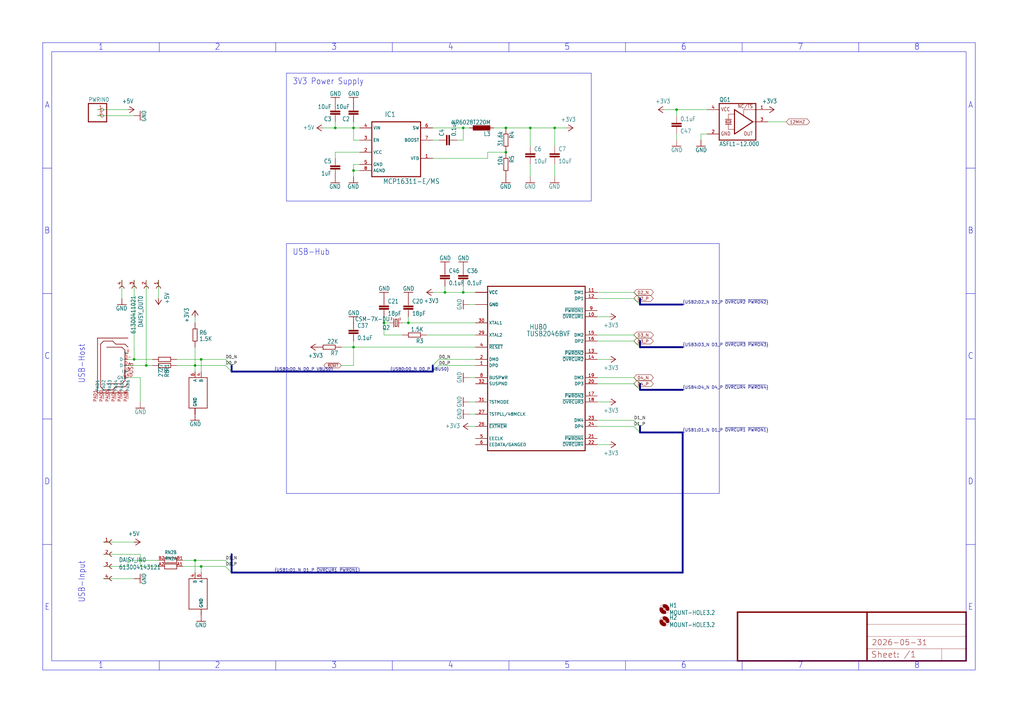
<source format=kicad_sch>
(kicad_sch (version 20230121) (generator eeschema)
  (paper "User" 426.72 299.872)
  (lib_symbols
    (symbol "freetserv-eagle-import:+3V3" (power)
      (property "Value" "+3V3" (at -2.54 -5.08 90))
      (symbol "+3V3_1_0"
        (pin power_in line (at 0 -2.54 90) (length 2.54) (name "+3V3") (number "1"))
      )
    )
    (symbol "freetserv-eagle-import:+5V" (power)
      (property "Value" "+5V" (at -2.54 -5.08 90))
      (symbol "+5V_1_0"
        (pin power_in line (at 0 -2.54 90) (length 2.54) (name "+5V") (number "1"))
      )
    )
    (symbol "freetserv-eagle-import:61300411021"
      (property "Reference" "K" (at -1.27 -0.762 0))
      (symbol "61300411021_1_0"
        (pin passive line (at -7.62 7.62 0) (length 2.54) (name "1") (number "1"))
        (pin passive line (at -7.62 2.54 0) (length 2.54) (name "2") (number "2"))
        (pin passive line (at -7.62 -2.54 0) (length 2.54) (name "3") (number "3"))
        (pin passive line (at -7.62 -7.62 0) (length 2.54) (name "4") (number "4"))
      )
    )
    (symbol "freetserv-eagle-import:613004143121"
      (property "Reference" "K" (at -1.27 -0.762 0))
      (symbol "613004143121_1_0"
        (pin passive line (at -7.62 7.62 0) (length 2.54) (name "1") (number "1"))
        (pin passive line (at -7.62 2.54 0) (length 2.54) (name "2") (number "2"))
        (pin passive line (at -7.62 -2.54 0) (length 2.54) (name "3") (number "3"))
        (pin passive line (at -7.62 -7.62 0) (length 2.54) (name "4") (number "4"))
      )
    )
    (symbol "freetserv-eagle-import:C-EUC0805"
      (property "Reference" "C" (at 1.524 0.381 0))
      (symbol "C-EUC0805_1_0"
        (pin passive line (at 0 2.54 270) (length 2.54) (name "1") (number "1"))
        (pin passive line (at 0 -5.08 90) (length 2.54) (name "2") (number "2"))
      )
    )
    (symbol "freetserv-eagle-import:CSM-7X-DU"
      (property "Reference" "Q" (at 2.54 1.016 0))
      (symbol "CSM-7X-DU_1_0"
        (text "1" (at -2.159 -1.143 0) (effects (font (size 0.8636 0.734)) (justify left bottom)))
        (text "2" (at 1.524 -1.143 0) (effects (font (size 0.8636 0.734)) (justify left bottom)))
        (pin passive line (at -2.54 0 0) (length 0) (name "1") (number "1"))
        (pin passive line (at 2.54 0 180) (length 0) (name "2") (number "2"))
      )
    )
    (symbol "freetserv-eagle-import:DOCFIELD_NEW"
      (symbol "DOCFIELD_NEW_1_0"
        (text "${#}/${##}" (at 69.21 1.275 0) (effects (font (size 2.54 2.54)) (justify left bottom)))
        (text "${CURRENT_DATE}" (at 55.875 6.355 0) (effects (font (size 2.286 2.286)) (justify left bottom)))
        (text "${PROJECTNAME}" (at 55.875 11.435 0) (effects (font (size 2.54 2.54)) (justify left bottom)))
        (text "Sheet:" (at 55.621 1.148 0) (effects (font (size 2.54 2.54)) (justify left bottom)))
      )
    )
    (symbol "freetserv-eagle-import:EXBV4V"
      (property "Reference" "RN" (at -2.54 2.54 0))
      (symbol "EXBV4V_1_0"
        (pin passive line (at -5.08 0 0) (length 2.54) (name "1") (number "A1"))
        (pin passive line (at 5.08 0 180) (length 2.54) (name "2") (number "A2"))
      )
      (symbol "EXBV4V_2_0"
        (pin passive line (at -5.08 0 0) (length 2.54) (name "1") (number "B1"))
        (pin passive line (at 5.08 0 180) (length 2.54) (name "2") (number "B2"))
      )
    )
    (symbol "freetserv-eagle-import:GND" (power)
      (property "Value" "GND" (at -2.54 -2.54 0))
      (symbol "GND_1_0"
        (pin power_in line (at 0 2.54 270) (length 2.54) (name "GND") (number "1"))
      )
    )
    (symbol "freetserv-eagle-import:MCP16311-E/MS"
      (property "Reference" "U" (at -4.8006 14.6812 0))
      (symbol "MCP16311-E/MS_1_0"
        (pin input line (at 15.24 -2.54 180) (length 5.08) (name "VFB") (number "1"))
        (pin passive line (at -15.24 0 0) (length 5.08) (name "VCC") (number "2"))
        (pin input line (at -15.24 5.08 0) (length 5.08) (name "EN") (number "3"))
        (pin input line (at -15.24 10.16 0) (length 5.08) (name "VIN") (number "4"))
        (pin passive line (at -15.24 -5.08 0) (length 5.08) (name "GND") (number "5"))
        (pin bidirectional line (at 15.24 10.16 180) (length 5.08) (name "SW") (number "6"))
        (pin passive line (at 15.24 5.08 180) (length 5.08) (name "BOOST") (number "7"))
        (pin passive line (at -15.24 -7.62 0) (length 5.08) (name "AGND") (number "8"))
      )
    )
    (symbol "freetserv-eagle-import:MOUNT-HOLE3.2"
      (property "Reference" "H" (at 2.032 0.5842 0))
    )
    (symbol "freetserv-eagle-import:NR6028T220M"
      (property "Reference" "L" (at -1.4986 -3.81 90))
      (symbol "NR6028T220M_1_0"
        (pin passive line (at 0 5.08 270) (length 2.54) (name "1") (number "1"))
        (pin passive line (at 0 -5.08 90) (length 2.54) (name "2") (number "2"))
      )
    )
    (symbol "freetserv-eagle-import:PINHD-1X2"
      (property "Reference" "JP" (at -6.35 5.715 0))
      (symbol "PINHD-1X2_1_0"
        (pin passive inverted (at -2.54 2.54 0) (length 2.54) (name "1") (number "1"))
        (pin passive inverted (at -2.54 0 0) (length 2.54) (name "2") (number "2"))
      )
    )
    (symbol "freetserv-eagle-import:R-EU_R0805"
      (property "Reference" "R" (at -3.81 1.4986 0))
      (symbol "R-EU_R0805_1_0"
        (pin passive line (at -5.08 0 0) (length 2.54) (name "1") (number "1"))
        (pin passive line (at 5.08 0 180) (length 2.54) (name "2") (number "2"))
      )
    )
    (symbol "freetserv-eagle-import:SN65220"
      (symbol "SN65220_1_0"
        (pin power_in line (at 10.16 0 180) (length 2.54) (name "GND") (number "2"))
        (pin passive line (at -7.62 -2.54 0) (length 2.54) (name "B") (number "4"))
        (pin power_in line (at 10.16 0 180) (length 2.54) (name "GND") (number "5"))
        (pin passive line (at -7.62 0 0) (length 2.54) (name "A") (number "6"))
      )
    )
    (symbol "freetserv-eagle-import:TUSB2046BVF"
      (property "Reference" "U" (at -2.9464 14.9098 0))
      (symbol "TUSB2046BVF_1_0"
        (pin bidirectional line (at -25.4 0 0) (length 5.08) (name "DP0") (number "1"))
        (pin input line (at 25.4 20.32 180) (length 5.08) (name "~{OVRCUR1}") (number "10"))
        (pin bidirectional line (at 25.4 30.48 180) (length 5.08) (name "DM1") (number "11"))
        (pin bidirectional line (at 25.4 27.94 180) (length 5.08) (name "DP1") (number "12"))
        (pin output line (at 25.4 5.08 180) (length 5.08) (name "~{PWRON2}") (number "13"))
        (pin input line (at 25.4 2.54 180) (length 5.08) (name "~{OVRCUR2}") (number "14"))
        (pin bidirectional line (at 25.4 12.7 180) (length 5.08) (name "DM2") (number "15"))
        (pin bidirectional line (at 25.4 10.16 180) (length 5.08) (name "DP2") (number "16"))
        (pin output line (at 25.4 -12.7 180) (length 5.08) (name "~{PWRON3}") (number "17"))
        (pin input line (at 25.4 -15.24 180) (length 5.08) (name "~{OVRCUR3}") (number "18"))
        (pin bidirectional line (at 25.4 -5.08 180) (length 5.08) (name "DM3") (number "19"))
        (pin bidirectional line (at -25.4 2.54 0) (length 5.08) (name "DM0") (number "2"))
        (pin bidirectional line (at 25.4 -7.62 180) (length 5.08) (name "DP3") (number "20"))
        (pin output line (at 25.4 -30.48 180) (length 5.08) (name "~{PWRON4}") (number "21"))
        (pin input line (at 25.4 -33.02 180) (length 5.08) (name "~{OVRCUR4}") (number "22"))
        (pin bidirectional line (at 25.4 -22.86 180) (length 5.08) (name "DM4") (number "23"))
        (pin bidirectional line (at 25.4 -25.4 180) (length 5.08) (name "DP4") (number "24"))
        (pin power_in line (at -25.4 30.48 0) (length 5.08) (name "VCC") (number "25"))
        (pin input line (at -25.4 -25.4 0) (length 5.08) (name "~{EXTMEM}") (number "26"))
        (pin bidirectional line (at -25.4 -20.32 0) (length 5.08) (name "TSTPLL/48MCLK") (number "27"))
        (pin passive line (at -25.4 25.4 0) (length 5.08) (name "GND") (number "28"))
        (pin output line (at -25.4 12.7 0) (length 5.08) (name "XTAL2") (number "29"))
        (pin power_in line (at -25.4 30.48 0) (length 5.08) (name "VCC") (number "3"))
        (pin input line (at -25.4 17.78 0) (length 5.08) (name "XTAL1") (number "30"))
        (pin input line (at -25.4 -15.24 0) (length 5.08) (name "TSTMODE") (number "31"))
        (pin output line (at -25.4 -7.62 0) (length 5.08) (name "SUSPND") (number "32"))
        (pin input line (at -25.4 7.62 0) (length 5.08) (name "~{RESET}") (number "4"))
        (pin output line (at -25.4 -30.48 0) (length 5.08) (name "EECLK") (number "5"))
        (pin bidirectional line (at -25.4 -33.02 0) (length 5.08) (name "EEDATA/GANGED") (number "6"))
        (pin passive line (at -25.4 25.4 0) (length 5.08) (name "GND") (number "7"))
        (pin input line (at -25.4 -5.08 0) (length 5.08) (name "BUSPWR") (number "8"))
        (pin output line (at 25.4 22.86 180) (length 5.08) (name "~{PWRON1}") (number "9"))
      )
    )
    (symbol "freetserv-eagle-import:USB_MICROB"
      (symbol "USB_MICROB_1_0"
        (text "USB" (at 2.286 -2.286 900) (effects (font (size 1.778 1.5113)) (justify left bottom)))
        (pin bidirectional line (at 0 1.27 180) (length 0) (name "D+") (number "D+"))
        (pin bidirectional line (at 0 3.81 180) (length 0) (name "D-") (number "D-"))
        (pin bidirectional line (at 0 -3.81 180) (length 0) (name "GND") (number "GND"))
        (pin bidirectional line (at 0 -1.27 180) (length 0) (name "ID") (number "ID"))
        (pin bidirectional line (at -12.7 -12.7 90) (length 2.54) (name "PAD1") (number "PAD1"))
        (pin bidirectional line (at -10.16 -12.7 90) (length 2.54) (name "PAD2") (number "PAD2"))
        (pin bidirectional line (at -7.62 -12.7 90) (length 2.54) (name "PAD3") (number "PAD3"))
        (pin bidirectional line (at -5.08 -12.7 90) (length 2.54) (name "PAD4") (number "PAD4"))
        (pin bidirectional line (at -2.54 -12.7 90) (length 2.54) (name "PAD5") (number "PAD5"))
        (pin bidirectional line (at 0 -12.7 90) (length 2.54) (name "PAD6") (number "PAD6"))
        (pin bidirectional line (at 0 6.35 180) (length 0) (name "V") (number "V"))
      )
    )
    (symbol "freetserv-eagle-import:XO-XO53"
      (property "Reference" "QG" (at -7.62 8.255 0))
      (symbol "XO-XO53_1_0"
        (text "GND" (at -6.985 -5.842 0) (effects (font (size 1.524 1.2954)) (justify left bottom)))
        (text "NC/TS" (at 0 5.588 0) (effects (font (size 1.524 1.2954)) (justify left bottom)))
        (text "OUT" (at 2.54 -5.842 0) (effects (font (size 1.524 1.2954)) (justify left bottom)))
        (text "VCC" (at -6.985 4.318 0) (effects (font (size 1.524 1.2954)) (justify left bottom)))
        (pin passive line (at 12.7 5.08 180) (length 5.08) (name "TS") (number "1"))
        (pin power_in line (at -12.7 -5.08 0) (length 5.08) (name "GND") (number "2"))
        (pin output line (at 12.7 0 180) (length 5.08) (name "OUT") (number "3"))
        (pin power_in line (at -12.7 5.08 0) (length 5.08) (name "VCC") (number "4"))
      )
    )
  )
  (junction (at 55.88 149.86))
  (junction (at 81.28 233.68))
  (junction (at 170.18 134.62))
  (junction (at 147.32 53.34))
  (junction (at 220.98 53.34))
  (junction (at 139.7 53.34))
  (junction (at 210.82 53.34))
  (junction (at 83.82 149.86))
  (junction (at 81.28 152.4))
  (junction (at 231.14 53.34))
  (junction (at 193.04 53.34))
  (junction (at 193.04 121.92))
  (junction (at 281.94 45.72))
  (junction (at 210.82 63.5))
  (junction (at 60.96 152.4))
  (junction (at 185.42 121.92))
  (junction (at 160.02 134.62))
  (junction (at 147.32 71.12))
  (junction (at 83.82 236.22))
  (junction (at 147.32 144.78))
  (bus_entry (at 264.16 124.46) (size 2.54 2.54))
  (bus_entry (at 182.88 152.4) (size -2.54 2.54))
  (bus_entry (at 264.16 121.92) (size 2.54 2.54))
  (bus_entry (at 264.16 142.24) (size 2.54 2.54))
  (bus_entry (at 93.98 236.22) (size 2.54 2.54))
  (bus_entry (at 182.88 149.86) (size -2.54 2.54))
  (bus_entry (at 264.16 139.7) (size 2.54 2.54))
  (bus_entry (at 264.16 175.26) (size 2.54 2.54))
  (bus_entry (at 93.98 149.86) (size 2.54 2.54))
  (bus_entry (at 264.16 160.02) (size 2.54 2.54))
  (bus_entry (at 93.98 152.4) (size 2.54 2.54))
  (bus_entry (at 264.16 177.8) (size 2.54 2.54))
  (bus_entry (at 264.16 157.48) (size 2.54 2.54))
  (bus_entry (at 93.98 233.68) (size 2.54 2.54))
  (wire (pts (xy 203.2 66.04) (xy 180.34 66.04)) (stroke (width 0.1524)))
  (wire (pts (xy 281.94 45.72) (xy 294.64 45.72)) (stroke (width 0.1524)))
  (polyline (pts (xy 119.38 83.82) (xy 246.38 83.82)) (stroke (width 0.1524) (type solid)))
  (wire (pts (xy 147.32 142.24) (xy 147.32 144.78)) (stroke (width 0.1524)))
  (wire (pts (xy 53.34 236.22) (xy 43.18 236.22)) (stroke (width 0.1524)))
  (wire (pts (xy 66.04 236.22) (xy 58.42 236.22)) (stroke (width 0.1524)))
  (wire (pts (xy 185.42 121.92) (xy 185.42 119.38)) (stroke (width 0.1524)))
  (wire (pts (xy 83.82 154.94) (xy 83.82 149.86)) (stroke (width 0.1524)))
  (wire (pts (xy 264.16 139.7) (xy 248.92 139.7)) (stroke (width 0.1524)))
  (wire (pts (xy 264.16 121.92) (xy 248.92 121.92)) (stroke (width 0.1524)))
  (polyline (pts (xy 119.38 30.48) (xy 119.38 83.82)) (stroke (width 0.1524) (type solid)))
  (wire (pts (xy 55.88 241.3) (xy 43.18 241.3)) (stroke (width 0.1524)))
  (bus (pts (xy 266.7 180.34) (xy 284.48 180.34)) (stroke (width 0.762)))
  (wire (pts (xy 66.04 233.68) (xy 53.34 233.68)) (stroke (width 0.1524)))
  (wire (pts (xy 264.16 142.24) (xy 248.92 142.24)) (stroke (width 0.1524)))
  (polyline (pts (xy 246.38 30.48) (xy 119.38 30.48)) (stroke (width 0.1524) (type solid)))
  (wire (pts (xy 81.28 233.68) (xy 76.2 233.68)) (stroke (width 0.1524)))
  (wire (pts (xy 142.24 144.78) (xy 147.32 144.78)) (stroke (width 0.1524)))
  (wire (pts (xy 203.2 63.5) (xy 203.2 66.04)) (stroke (width 0.1524)))
  (wire (pts (xy 83.82 238.76) (xy 83.82 236.22)) (stroke (width 0.1524)))
  (wire (pts (xy 60.96 152.4) (xy 60.96 116.84)) (stroke (width 0.1524)))
  (wire (pts (xy 294.64 55.88) (xy 292.1 55.88)) (stroke (width 0.1524)))
  (wire (pts (xy 220.98 68.58) (xy 220.98 73.66)) (stroke (width 0.1524)))
  (wire (pts (xy 58.42 157.48) (xy 58.42 167.64)) (stroke (width 0.1524)))
  (wire (pts (xy 170.18 134.62) (xy 167.64 134.62)) (stroke (width 0.1524)))
  (bus (pts (xy 180.34 152.4) (xy 180.34 154.94)) (stroke (width 0.762)))
  (wire (pts (xy 149.86 58.42) (xy 147.32 58.42)) (stroke (width 0.1524)))
  (wire (pts (xy 58.42 231.14) (xy 43.18 231.14)) (stroke (width 0.1524)))
  (wire (pts (xy 147.32 144.78) (xy 147.32 152.4)) (stroke (width 0.1524)))
  (wire (pts (xy 50.8 124.46) (xy 50.8 116.84)) (stroke (width 0.1524)))
  (wire (pts (xy 81.28 152.4) (xy 73.66 152.4)) (stroke (width 0.1524)))
  (polyline (pts (xy 119.38 101.6) (xy 119.38 205.74)) (stroke (width 0.1524) (type solid)))
  (wire (pts (xy 292.1 55.88) (xy 292.1 58.42)) (stroke (width 0.1524)))
  (bus (pts (xy 284.48 180.34) (xy 284.48 238.76)) (stroke (width 0.762)))
  (wire (pts (xy 139.7 63.5) (xy 139.7 66.04)) (stroke (width 0.1524)))
  (wire (pts (xy 220.98 53.34) (xy 231.14 53.34)) (stroke (width 0.1524)))
  (wire (pts (xy 53.34 233.68) (xy 53.34 236.22)) (stroke (width 0.1524)))
  (wire (pts (xy 182.88 152.4) (xy 198.12 152.4)) (stroke (width 0.1524)))
  (wire (pts (xy 147.32 53.34) (xy 147.32 50.8)) (stroke (width 0.1524)))
  (bus (pts (xy 266.7 142.24) (xy 266.7 144.78)) (stroke (width 0.762)))
  (wire (pts (xy 162.56 134.62) (xy 160.02 134.62)) (stroke (width 0.1524)))
  (wire (pts (xy 264.16 157.48) (xy 248.92 157.48)) (stroke (width 0.1524)))
  (wire (pts (xy 180.34 121.92) (xy 185.42 121.92)) (stroke (width 0.1524)))
  (wire (pts (xy 198.12 134.62) (xy 170.18 134.62)) (stroke (width 0.1524)))
  (wire (pts (xy 81.28 238.76) (xy 81.28 233.68)) (stroke (width 0.1524)))
  (wire (pts (xy 160.02 139.7) (xy 167.64 139.7)) (stroke (width 0.1524)))
  (wire (pts (xy 81.28 144.78) (xy 81.28 152.4)) (stroke (width 0.1524)))
  (wire (pts (xy 170.18 134.62) (xy 170.18 132.08)) (stroke (width 0.1524)))
  (wire (pts (xy 210.82 53.34) (xy 220.98 53.34)) (stroke (width 0.1524)))
  (wire (pts (xy 139.7 53.34) (xy 147.32 53.34)) (stroke (width 0.1524)))
  (bus (pts (xy 266.7 127) (xy 284.48 127)) (stroke (width 0.762)))
  (bus (pts (xy 96.52 236.22) (xy 96.52 238.76)) (stroke (width 0.762)))
  (wire (pts (xy 160.02 134.62) (xy 160.02 139.7)) (stroke (width 0.1524)))
  (wire (pts (xy 60.96 152.4) (xy 53.34 152.4)) (stroke (width 0.1524)))
  (polyline (pts (xy 299.72 205.74) (xy 299.72 101.6)) (stroke (width 0.1524) (type solid)))
  (wire (pts (xy 281.94 58.42) (xy 281.94 55.88)) (stroke (width 0.1524)))
  (wire (pts (xy 149.86 71.12) (xy 147.32 71.12)) (stroke (width 0.1524)))
  (wire (pts (xy 73.66 149.86) (xy 83.82 149.86)) (stroke (width 0.1524)))
  (wire (pts (xy 147.32 53.34) (xy 149.86 53.34)) (stroke (width 0.1524)))
  (wire (pts (xy 190.5 58.42) (xy 193.04 58.42)) (stroke (width 0.1524)))
  (wire (pts (xy 193.04 53.34) (xy 195.58 53.34)) (stroke (width 0.1524)))
  (wire (pts (xy 134.62 53.34) (xy 139.7 53.34)) (stroke (width 0.1524)))
  (bus (pts (xy 266.7 124.46) (xy 266.7 127)) (stroke (width 0.762)))
  (wire (pts (xy 193.04 121.92) (xy 198.12 121.92)) (stroke (width 0.1524)))
  (wire (pts (xy 210.82 63.5) (xy 203.2 63.5)) (stroke (width 0.1524)))
  (wire (pts (xy 264.16 177.8) (xy 248.92 177.8)) (stroke (width 0.1524)))
  (wire (pts (xy 147.32 68.58) (xy 147.32 71.12)) (stroke (width 0.1524)))
  (polyline (pts (xy 119.38 205.74) (xy 299.72 205.74)) (stroke (width 0.1524) (type solid)))
  (wire (pts (xy 231.14 53.34) (xy 236.22 53.34)) (stroke (width 0.1524)))
  (polyline (pts (xy 299.72 101.6) (xy 119.38 101.6)) (stroke (width 0.1524) (type solid)))
  (wire (pts (xy 231.14 53.34) (xy 231.14 60.96)) (stroke (width 0.1524)))
  (wire (pts (xy 198.12 157.48) (xy 195.58 157.48)) (stroke (width 0.1524)))
  (wire (pts (xy 81.28 134.62) (xy 81.28 132.08)) (stroke (width 0.1524)))
  (wire (pts (xy 53.34 45.72) (xy 40.64 45.72)) (stroke (width 0.1524)))
  (wire (pts (xy 198.12 177.8) (xy 195.58 177.8)) (stroke (width 0.1524)))
  (bus (pts (xy 266.7 160.02) (xy 266.7 162.56)) (stroke (width 0.762)))
  (wire (pts (xy 147.32 58.42) (xy 147.32 53.34)) (stroke (width 0.1524)))
  (bus (pts (xy 266.7 144.78) (xy 284.48 144.78)) (stroke (width 0.762)))
  (wire (pts (xy 63.5 152.4) (xy 60.96 152.4)) (stroke (width 0.1524)))
  (bus (pts (xy 266.7 177.8) (xy 266.7 180.34)) (stroke (width 0.762)))
  (wire (pts (xy 93.98 152.4) (xy 81.28 152.4)) (stroke (width 0.1524)))
  (wire (pts (xy 83.82 236.22) (xy 76.2 236.22)) (stroke (width 0.1524)))
  (wire (pts (xy 177.8 139.7) (xy 198.12 139.7)) (stroke (width 0.1524)))
  (wire (pts (xy 149.86 63.5) (xy 139.7 63.5)) (stroke (width 0.1524)))
  (bus (pts (xy 266.7 162.56) (xy 284.48 162.56)) (stroke (width 0.762)))
  (wire (pts (xy 53.34 149.86) (xy 55.88 149.86)) (stroke (width 0.1524)))
  (wire (pts (xy 53.34 157.48) (xy 58.42 157.48)) (stroke (width 0.1524)))
  (wire (pts (xy 231.14 68.58) (xy 231.14 73.66)) (stroke (width 0.1524)))
  (wire (pts (xy 210.82 53.34) (xy 205.74 53.34)) (stroke (width 0.1524)))
  (wire (pts (xy 93.98 236.22) (xy 83.82 236.22)) (stroke (width 0.1524)))
  (wire (pts (xy 180.34 53.34) (xy 193.04 53.34)) (stroke (width 0.1524)))
  (bus (pts (xy 96.52 152.4) (xy 96.52 154.94)) (stroke (width 0.762)))
  (wire (pts (xy 193.04 58.42) (xy 193.04 53.34)) (stroke (width 0.1524)))
  (wire (pts (xy 58.42 236.22) (xy 58.42 231.14)) (stroke (width 0.1524)))
  (wire (pts (xy 139.7 50.8) (xy 139.7 53.34)) (stroke (width 0.1524)))
  (wire (pts (xy 55.88 226.06) (xy 43.18 226.06)) (stroke (width 0.1524)))
  (wire (pts (xy 195.58 127) (xy 198.12 127)) (stroke (width 0.1524)))
  (wire (pts (xy 248.92 149.86) (xy 254 149.86)) (stroke (width 0.1524)))
  (wire (pts (xy 264.16 124.46) (xy 248.92 124.46)) (stroke (width 0.1524)))
  (wire (pts (xy 198.12 167.64) (xy 195.58 167.64)) (stroke (width 0.1524)))
  (wire (pts (xy 180.34 58.42) (xy 182.88 58.42)) (stroke (width 0.1524)))
  (wire (pts (xy 147.32 71.12) (xy 147.32 73.66)) (stroke (width 0.1524)))
  (wire (pts (xy 182.88 149.86) (xy 198.12 149.86)) (stroke (width 0.1524)))
  (wire (pts (xy 55.88 149.86) (xy 55.88 116.84)) (stroke (width 0.1524)))
  (wire (pts (xy 281.94 45.72) (xy 281.94 48.26)) (stroke (width 0.1524)))
  (bus (pts (xy 284.48 238.76) (xy 96.52 238.76)) (stroke (width 0.762)))
  (wire (pts (xy 147.32 144.78) (xy 198.12 144.78)) (stroke (width 0.1524)))
  (wire (pts (xy 160.02 132.08) (xy 160.02 134.62)) (stroke (width 0.1524)))
  (polyline (pts (xy 246.38 83.82) (xy 246.38 30.48)) (stroke (width 0.1524) (type solid)))
  (wire (pts (xy 147.32 152.4) (xy 142.24 152.4)) (stroke (width 0.1524)))
  (bus (pts (xy 96.52 231.14) (xy 96.52 236.22)) (stroke (width 0.762)))
  (wire (pts (xy 320.04 50.8) (xy 327.66 50.8)) (stroke (width 0.1524)))
  (wire (pts (xy 149.86 68.58) (xy 147.32 68.58)) (stroke (width 0.1524)))
  (wire (pts (xy 220.98 53.34) (xy 220.98 60.96)) (stroke (width 0.1524)))
  (wire (pts (xy 276.86 45.72) (xy 281.94 45.72)) (stroke (width 0.1524)))
  (wire (pts (xy 93.98 233.68) (xy 81.28 233.68)) (stroke (width 0.1524)))
  (wire (pts (xy 185.42 121.92) (xy 193.04 121.92)) (stroke (width 0.1524)))
  (bus (pts (xy 96.52 154.94) (xy 180.34 154.94)) (stroke (width 0.762)))
  (wire (pts (xy 264.16 160.02) (xy 248.92 160.02)) (stroke (width 0.1524)))
  (wire (pts (xy 254 132.08) (xy 248.92 132.08)) (stroke (width 0.1524)))
  (wire (pts (xy 55.88 48.26) (xy 40.64 48.26)) (stroke (width 0.1524)))
  (wire (pts (xy 83.82 149.86) (xy 93.98 149.86)) (stroke (width 0.1524)))
  (wire (pts (xy 264.16 175.26) (xy 248.92 175.26)) (stroke (width 0.1524)))
  (wire (pts (xy 55.88 149.86) (xy 63.5 149.86)) (stroke (width 0.1524)))
  (wire (pts (xy 198.12 172.72) (xy 195.58 172.72)) (stroke (width 0.1524)))
  (wire (pts (xy 193.04 121.92) (xy 193.04 119.38)) (stroke (width 0.1524)))
  (wire (pts (xy 254 185.42) (xy 248.92 185.42)) (stroke (width 0.1524)))
  (wire (pts (xy 66.04 124.46) (xy 66.04 116.84)) (stroke (width 0.1524)))
  (wire (pts (xy 254 167.64) (xy 248.92 167.64)) (stroke (width 0.1524)))
  (wire (pts (xy 81.28 154.94) (xy 81.28 152.4)) (stroke (width 0.1524)))
  (polyline (pts (xy 402.59 174.752) (xy 406.4 174.752)))
  (polyline (pts (xy 402.59 21.59) (xy 402.59 275.59)))
  (polyline (pts (xy 163.5125 275.59) (xy 163.5125 279.4)))
  (polyline (pts (xy 17.78 174.752) (xy 21.59 174.752)))
  (polyline (pts (xy 114.935 17.78) (xy 114.935 21.59)))
  (polyline (pts (xy 260.6675 275.59) (xy 260.6675 279.4)))
  (polyline (pts (xy 17.78 227.076) (xy 21.59 227.076)))
  (polyline (pts (xy 309.245 17.78) (xy 309.245 21.59)))
  (polyline (pts (xy 21.59 21.59) (xy 21.59 275.59)))
  (polyline (pts (xy 212.09 275.59) (xy 212.09 279.4)))
  (polyline (pts (xy 402.59 21.59) (xy 21.59 21.59)))
  (polyline (pts (xy 357.8225 275.59) (xy 357.8225 279.4)))
  (polyline (pts (xy 66.3575 17.78) (xy 66.3575 21.59)))
  (polyline (pts (xy 402.59 122.428) (xy 406.4 122.428)))
  (polyline (pts (xy 402.59 227.076) (xy 406.4 227.076)))
  (polyline (pts (xy 260.6675 17.78) (xy 260.6675 21.59)))
  (polyline (pts (xy 66.3575 275.59) (xy 66.3575 279.4)))
  (polyline (pts (xy 212.09 17.78) (xy 212.09 21.59)))
  (polyline (pts (xy 402.59 275.59) (xy 21.59 275.59)))
  (polyline (pts (xy 357.8225 17.78) (xy 357.8225 21.59)))
  (polyline (pts (xy 309.245 275.59) (xy 309.245 279.4)))
  (polyline (pts (xy 17.78 70.104) (xy 21.59 70.104)))
  (polyline (pts (xy 17.78 17.78) (xy 406.4 17.78) (xy 406.4 279.4) (xy 17.78 279.4) (xy 17.78 17.78)))
  (polyline (pts (xy 402.59 70.104) (xy 406.4 70.104)))
  (polyline (pts (xy 163.5125 17.78) (xy 163.5125 21.59)))
  (polyline (pts (xy 114.935 275.59) (xy 114.935 279.4)))
  (polyline (pts (xy 17.78 122.428) (xy 21.59 122.428)))
  (text "USB-Host" (at 35.56 160.02 90) (effects (font (size 2.54 2.159)) (justify left bottom)))
  (text "7" (at 333.5338 277.495 0) (effects (font (size 2.54 2.286))))
  (text "5" (at 236.3788 277.495 0) (effects (font (size 2.54 2.286))))
  (text "B" (at 404.495 96.266 0) (effects (font (size 2.54 2.286))))
  (text "1" (at 42.0688 19.685 0) (effects (font (size 2.54 2.286))))
  (text "4" (at 187.8013 277.495 0) (effects (font (size 2.54 2.286))))
  (text "2" (at 90.6463 277.495 0) (effects (font (size 2.54 2.286))))
  (text "C" (at 19.685 148.59 0) (effects (font (size 2.54 2.286))))
  (text "8" (at 382.1113 19.685 0) (effects (font (size 2.54 2.286))))
  (text "C" (at 404.495 148.59 0) (effects (font (size 2.54 2.286))))
  (text "A" (at 404.495 43.942 0) (effects (font (size 2.54 2.286))))
  (text "3V3 Power Supply" (at 121.92 35.56 0) (effects (font (size 2.54 2.159)) (justify left bottom)))
  (text "6" (at 284.9563 19.685 0) (effects (font (size 2.54 2.286))))
  (text "8" (at 382.1113 277.495 0) (effects (font (size 2.54 2.286))))
  (text "E" (at 404.495 253.238 0) (effects (font (size 2.54 2.286))))
  (text "3" (at 139.2238 277.495 0) (effects (font (size 2.54 2.286))))
  (text "2" (at 90.6463 19.685 0) (effects (font (size 2.54 2.286))))
  (text "USB-Input" (at 35.56 251.46 90) (effects (font (size 2.54 2.159)) (justify left bottom)))
  (text "7" (at 333.5338 19.685 0) (effects (font (size 2.54 2.286))))
  (text "D" (at 404.495 200.914 0) (effects (font (size 2.54 2.286))))
  (text "D" (at 19.685 200.914 0) (effects (font (size 2.54 2.286))))
  (text "A" (at 19.685 43.942 0) (effects (font (size 2.54 2.286))))
  (text "4" (at 187.8013 19.685 0) (effects (font (size 2.54 2.286))))
  (text "5" (at 236.3788 19.685 0) (effects (font (size 2.54 2.286))))
  (text "USB-Hub" (at 121.92 106.68 0) (effects (font (size 2.54 2.159)) (justify left bottom)))
  (text "6" (at 284.9563 277.495 0) (effects (font (size 2.54 2.286))))
  (text "1" (at 42.0688 277.495 0) (effects (font (size 2.54 2.286))))
  (text "B" (at 19.685 96.266 0) (effects (font (size 2.54 2.286))))
  (text "3" (at 139.2238 19.685 0) (effects (font (size 2.54 2.286))))
  (text "E" (at 19.685 253.238 0) (effects (font (size 2.54 2.286))))
  (label "D0_N" (at 93.98 149.86 0) (effects (font (size 1.2446 1.2446))))
  (label "D0_P" (at 93.98 152.4 0) (effects (font (size 1.2446 1.2446))))
  (label "{USB1:D1_N D1_P ~{OVRCUR1} ~{PWRON1}}" (at 284.48 180.34 0) (effects (font (size 1.2446 1.2446))))
  (label "{USB2:D2_N D2_P ~{OVRCUR2} ~{PWRON2}}" (at 284.48 127 0) (effects (font (size 1.2446 1.2446))))
  (label "{USB1:D1_N D1_P ~{OVRCUR1} ~{PWRON1}}" (at 114.3 238.76 0) (effects (font (size 1.2446 1.2446))))
  (label "D1_N" (at 264.16 175.26 0) (effects (font (size 1.2446 1.2446))))
  (label "{USB0:D0_N D0_P VBUS0}" (at 162.56 154.94 0) (effects (font (size 1.2446 1.2446))))
  (label "D0_N" (at 182.88 149.86 0) (effects (font (size 1.2446 1.2446))))
  (label "D1_P" (at 93.98 236.22 0) (effects (font (size 1.2446 1.2446))))
  (label "{USB0:D0_N D0_P VBUS0}" (at 114.3 154.94 0) (effects (font (size 1.2446 1.2446))))
  (label "{USB3:D3_N D3_P ~{OVRCUR3} ~{PWRON3}}" (at 284.48 144.78 0) (effects (font (size 1.2446 1.2446))))
  (label "D1_P" (at 264.16 177.8 0) (effects (font (size 1.2446 1.2446))))
  (label "{USB4:D4_N D4_P ~{OVRCUR4} ~{PWRON4}}" (at 284.48 162.56 0) (effects (font (size 1.2446 1.2446))))
  (label "D0_P" (at 182.88 152.4 0) (effects (font (size 1.2446 1.2446))))
  (label "D1_N" (at 93.98 233.68 0) (effects (font (size 1.2446 1.2446))))
  (global_label "D2_N" (shape bidirectional) (at 264.16 121.92 0) (effects (font (size 1.2446 1.2446))) (property "Intersheetrefs" "${INTERSHEET_REFS}" (effects hide)))
  (global_label "D2_P" (shape bidirectional) (at 264.16 124.46 0) (effects (font (size 1.2446 1.2446))) (property "Intersheetrefs" "${INTERSHEET_REFS}" (effects hide)))
  (global_label "~{RESET}" (shape bidirectional) (at 142.24 152.4 180) (effects (font (size 0.9957 0.9957))) (property "Intersheetrefs" "${INTERSHEET_REFS}" (effects hide)))
  (global_label "D4_N" (shape bidirectional) (at 264.16 157.48 0) (effects (font (size 1.2446 1.2446))) (property "Intersheetrefs" "${INTERSHEET_REFS}" (effects hide)))
  (global_label "D3_P" (shape bidirectional) (at 264.16 142.24 0) (effects (font (size 1.2446 1.2446))) (property "Intersheetrefs" "${INTERSHEET_REFS}" (effects hide)))
  (global_label "12MHZ" (shape bidirectional) (at 327.66 50.8 0) (effects (font (size 1.2446 1.2446))) (property "Intersheetrefs" "${INTERSHEET_REFS}" (effects hide)))
  (global_label "D3_N" (shape bidirectional) (at 264.16 139.7 0) (effects (font (size 1.2446 1.2446))) (property "Intersheetrefs" "${INTERSHEET_REFS}" (effects hide)))
  (global_label "D4_P" (shape bidirectional) (at 264.16 160.02 0) (effects (font (size 1.2446 1.2446))) (property "Intersheetrefs" "${INTERSHEET_REFS}" (effects hide)))
  (symbol (lib_id "freetserv-eagle-import:+5V") (at 58.42 226.06 270) (unit 1)
    (property "Reference" "#P+15" (effects hide))
    (property "Value" "+5V" (at 53.34 223.52 90) (effects (font (size 1.778 1.5113)) (justify left bottom)))
  )
  (symbol (lib_id "freetserv-eagle-import:GND") (at 193.04 157.48 270) (unit 1)
    (property "Reference" "#GND5" (effects hide))
    (property "Value" "GND" (at 190.5 154.94 0) (effects (font (size 1.778 1.5113)) (justify left bottom)))
  )
  (symbol (lib_id "freetserv-eagle-import:C-EUC0805") (at 193.04 114.3 0) (unit 1)
    (property "Reference" "C36" (at 194.564 113.919 0) (effects (font (size 1.778 1.5113)) (justify left bottom)))
    (property "Value" "0.1uF" (at 194.564 118.999 0) (effects (font (size 1.778 1.5113)) (justify left bottom)))
    (property "Footprint" "freetserv:C0805" (effects hide))
    (property "PARTNO" "1276-1003-1-ND" (effects hide))
  )
  (symbol (lib_id "freetserv-eagle-import:GND") (at 139.7 40.64 180) (unit 1)
    (property "Reference" "#GND10" (effects hide))
    (property "Value" "GND" (at 142.24 38.1 0) (effects (font (size 1.778 1.5113)) (justify left bottom)))
  )
  (symbol (lib_id "freetserv-eagle-import:DOCFIELD_NEW") (at 307.34 275.59 0) (unit 1)
    (property "Reference" "#U$4" (effects hide))
    (property "Value" "DOCFIELD_NEW" (effects hide))
  )
  (symbol (lib_id "freetserv-eagle-import:+5V") (at 55.88 45.72 270) (unit 1)
    (property "Reference" "#P+1" (effects hide))
    (property "Value" "+5V" (at 50.8 43.18 90) (effects (font (size 1.778 1.5113)) (justify left bottom)))
  )
  (symbol (lib_id "freetserv-eagle-import:R-EU_R0805") (at 210.82 68.58 270) (unit 1)
    (property "Reference" "R5" (at 212.3186 64.77 0) (effects (font (size 1.778 1.5113)) (justify left bottom)))
    (property "Value" "10k" (at 207.518 64.77 0) (effects (font (size 1.778 1.5113)) (justify left bottom)))
    (property "Footprint" "freetserv:R0805" (effects hide))
    (property "PARTNO" "311-10KARCT-ND" (effects hide))
  )
  (symbol (lib_id "freetserv-eagle-import:C-EUC0805") (at 160.02 127 0) (unit 1)
    (property "Reference" "C21" (at 161.544 126.619 0) (effects (font (size 1.778 1.5113)) (justify left bottom)))
    (property "Value" "18pF" (at 161.544 131.699 0) (effects (font (size 1.778 1.5113)) (justify left bottom)))
    (property "Footprint" "freetserv:C0805" (effects hide))
    (property "PARTNO" "709-1171-1-ND" (effects hide))
  )
  (symbol (lib_id "freetserv-eagle-import:+3V3") (at 256.54 149.86 270) (mirror x) (unit 1)
    (property "Reference" "#P+10" (effects hide))
    (property "Value" "+3V3" (at 251.46 152.4 90) (effects (font (size 1.778 1.5113)) (justify left bottom)))
  )
  (symbol (lib_id "freetserv-eagle-import:GND") (at 50.8 127 0) (unit 1)
    (property "Reference" "#GND8" (effects hide))
    (property "Value" "GND" (at 48.26 129.54 0) (effects (font (size 1.778 1.5113)) (justify left bottom)))
  )
  (symbol (lib_id "freetserv-eagle-import:+3V3") (at 256.54 185.42 270) (mirror x) (unit 1)
    (property "Reference" "#P+9" (effects hide))
    (property "Value" "+3V3" (at 251.46 187.96 90) (effects (font (size 1.778 1.5113)) (justify left bottom)))
  )
  (symbol (lib_id "freetserv-eagle-import:+3V3") (at 193.04 177.8 90) (mirror x) (unit 1)
    (property "Reference" "#P+4" (effects hide))
    (property "Value" "+3V3" (at 191.77 178.562 90) (effects (font (size 1.778 1.5113)) (justify left bottom)))
  )
  (symbol (lib_id "freetserv-eagle-import:EXBV4V") (at 71.12 236.22 0) (mirror y) (unit 1)
    (property "Reference" "RN2" (at 73.66 233.68 0) (effects (font (size 1.4224 1.209)) (justify left bottom)))
    (property "Value" "EXBV4V" (effects hide))
    (property "Footprint" "freetserv:EXBV4V" (effects hide))
    (property "PARTNO" "Y2270CT-ND" (effects hide))
  )
  (symbol (lib_id "freetserv-eagle-import:GND") (at 58.42 241.3 90) (unit 1)
    (property "Reference" "#GND17" (effects hide))
    (property "Value" "GND" (at 60.96 243.84 0) (effects (font (size 1.778 1.5113)) (justify left bottom)))
  )
  (symbol (lib_id "freetserv-eagle-import:C-EUC0805") (at 281.94 53.34 0) (mirror x) (unit 1)
    (property "Reference" "C47" (at 283.464 53.721 0) (effects (font (size 1.778 1.5113)) (justify left bottom)))
    (property "Value" "0.1uF" (at 283.464 48.641 0) (effects (font (size 1.778 1.5113)) (justify left bottom)))
    (property "Footprint" "freetserv:C0805" (effects hide))
    (property "PARTNO" "1276-1003-1-ND" (effects hide))
  )
  (symbol (lib_id "freetserv-eagle-import:+3V3") (at 129.54 144.78 90) (unit 1)
    (property "Reference" "#P+3" (effects hide))
    (property "Value" "+3V3" (at 134.62 147.32 90) (effects (font (size 1.778 1.5113)) (justify left bottom)))
  )
  (symbol (lib_id "freetserv-eagle-import:GND") (at 160.02 121.92 180) (unit 1)
    (property "Reference" "#GND35" (effects hide))
    (property "Value" "GND" (at 162.56 119.38 0) (effects (font (size 1.778 1.5113)) (justify left bottom)))
  )
  (symbol (lib_id "freetserv-eagle-import:+3V3") (at 177.8 121.92 90) (unit 1)
    (property "Reference" "#P+2" (effects hide))
    (property "Value" "+3V3" (at 182.88 124.46 90) (effects (font (size 1.778 1.5113)) (justify left bottom)))
  )
  (symbol (lib_id "freetserv-eagle-import:GND") (at 292.1 60.96 0) (mirror y) (unit 1)
    (property "Reference" "#GND142" (effects hide))
    (property "Value" "GND" (at 294.64 63.5 0) (effects (font (size 1.778 1.5113)) (justify left bottom)))
  )
  (symbol (lib_id "freetserv-eagle-import:TUSB2046BVF") (at 223.52 152.4 0) (unit 1)
    (property "Reference" "HUB0" (at 220.5736 137.4902 0) (effects (font (size 2.0828 1.7703)) (justify left bottom)))
    (property "Value" "TUSB2046BVF" (at 219.4052 140.2842 0) (effects (font (size 2.0828 1.7703)) (justify left bottom)))
    (property "Footprint" "freetserv:QFP80P900X900X145-32N" (effects hide))
  )
  (symbol (lib_id "freetserv-eagle-import:R-EU_R0805") (at 137.16 144.78 180) (unit 1)
    (property "Reference" "R7" (at 140.97 146.2786 0) (effects (font (size 1.778 1.5113)) (justify left bottom)))
    (property "Value" "22K" (at 140.97 141.478 0) (effects (font (size 1.778 1.5113)) (justify left bottom)))
    (property "Footprint" "freetserv:R0805" (effects hide))
    (property "PARTNO" "311-22KARCT-ND" (effects hide))
  )
  (symbol (lib_id "freetserv-eagle-import:+3V3") (at 238.76 53.34 270) (unit 1)
    (property "Reference" "#P+7" (effects hide))
    (property "Value" "+3V3" (at 233.68 50.8 90) (effects (font (size 1.778 1.5113)) (justify left bottom)))
  )
  (symbol (lib_id "freetserv-eagle-import:C-EUC0805") (at 147.32 48.26 180) (unit 1)
    (property "Reference" "C2" (at 145.796 48.641 0) (effects (font (size 1.778 1.5113)) (justify left bottom)))
    (property "Value" "10uF" (at 145.796 43.561 0) (effects (font (size 1.778 1.5113)) (justify left bottom)))
    (property "Footprint" "freetserv:C0805" (effects hide))
    (property "PARTNO" "490-10517-1-ND" (effects hide))
  )
  (symbol (lib_id "freetserv-eagle-import:C-EUC0805") (at 231.14 63.5 0) (unit 1)
    (property "Reference" "C7" (at 232.664 63.119 0) (effects (font (size 1.778 1.5113)) (justify left bottom)))
    (property "Value" "10uF" (at 232.664 68.199 0) (effects (font (size 1.778 1.5113)) (justify left bottom)))
    (property "Footprint" "freetserv:C0805" (effects hide))
    (property "PARTNO" "490-10517-1-ND" (effects hide))
  )
  (symbol (lib_id "freetserv-eagle-import:PINHD-1X2") (at 43.18 48.26 0) (unit 1)
    (property "Reference" "PWRIN0" (at 36.83 42.545 0) (effects (font (size 1.778 1.5113)) (justify left bottom)))
    (property "Value" "PINHD-1X2" (effects hide))
    (property "Footprint" "freetserv:1X02" (effects hide))
    (property "PARTNO" "A1921-ND" (effects hide))
  )
  (symbol (lib_id "freetserv-eagle-import:MOUNT-HOLE3.2") (at 276.86 259.08 0) (unit 1)
    (property "Reference" "H2" (at 278.892 258.4958 0) (effects (font (size 1.778 1.5113)) (justify left bottom)))
    (property "Value" "MOUNT-HOLE3.2" (at 278.892 261.5438 0) (effects (font (size 1.778 1.5113)) (justify left bottom)))
    (property "Footprint" "freetserv:3,2" (effects hide))
  )
  (symbol (lib_id "freetserv-eagle-import:GND") (at 58.42 170.18 0) (mirror y) (unit 1)
    (property "Reference" "#GND43" (effects hide))
    (property "Value" "GND" (at 60.96 172.72 0) (effects (font (size 1.778 1.5113)) (justify left bottom)))
  )
  (symbol (lib_id "freetserv-eagle-import:GND") (at 170.18 121.92 180) (unit 1)
    (property "Reference" "#GND34" (effects hide))
    (property "Value" "GND" (at 172.72 119.38 0) (effects (font (size 1.778 1.5113)) (justify left bottom)))
  )
  (symbol (lib_id "freetserv-eagle-import:C-EUC0805") (at 147.32 137.16 0) (unit 1)
    (property "Reference" "C37" (at 148.844 136.779 0) (effects (font (size 1.778 1.5113)) (justify left bottom)))
    (property "Value" "0.1uF" (at 148.844 141.859 0) (effects (font (size 1.778 1.5113)) (justify left bottom)))
    (property "Footprint" "freetserv:C0805" (effects hide))
    (property "PARTNO" "1276-1003-1-ND" (effects hide))
  )
  (symbol (lib_id "freetserv-eagle-import:XO-XO53") (at 307.34 50.8 0) (unit 1)
    (property "Reference" "QG1" (at 299.72 42.545 0) (effects (font (size 1.778 1.5113)) (justify left bottom)))
    (property "Value" "ASFL1-12.000" (at 299.72 60.96 0) (effects (font (size 1.778 1.5113)) (justify left bottom)))
    (property "Footprint" "freetserv:XO53" (effects hide))
    (property "PARTNO" "535-9253-1-ND" (effects hide))
  )
  (symbol (lib_id "freetserv-eagle-import:SN65220") (at 81.28 162.56 90) (mirror x) (unit 1)
    (property "Reference" "D1" (effects hide))
    (property "Value" "SN65220" (effects hide))
    (property "Footprint" "freetserv:SOT23-6" (effects hide))
    (property "PARTNO" "296-9694-1-ND" (effects hide))
  )
  (symbol (lib_id "freetserv-eagle-import:GND") (at 147.32 40.64 180) (unit 1)
    (property "Reference" "#GND36" (effects hide))
    (property "Value" "GND" (at 149.86 38.1 0) (effects (font (size 1.778 1.5113)) (justify left bottom)))
  )
  (symbol (lib_id "freetserv-eagle-import:GND") (at 58.42 48.26 90) (unit 1)
    (property "Reference" "#GND2" (effects hide))
    (property "Value" "GND" (at 60.96 50.8 0) (effects (font (size 1.778 1.5113)) (justify left bottom)))
  )
  (symbol (lib_id "freetserv-eagle-import:C-EUC0805") (at 220.98 63.5 0) (unit 1)
    (property "Reference" "C6" (at 222.504 63.119 0) (effects (font (size 1.778 1.5113)) (justify left bottom)))
    (property "Value" "10uF" (at 222.504 68.199 0) (effects (font (size 1.778 1.5113)) (justify left bottom)))
    (property "Footprint" "freetserv:C0805" (effects hide))
    (property "PARTNO" "490-10517-1-ND" (effects hide))
  )
  (symbol (lib_id "freetserv-eagle-import:+5V") (at 132.08 53.34 90) (mirror x) (unit 1)
    (property "Reference" "#P+6" (effects hide))
    (property "Value" "+5V" (at 131.064 54.102 90) (effects (font (size 1.778 1.5113)) (justify left bottom)))
  )
  (symbol (lib_id "freetserv-eagle-import:GND") (at 147.32 76.2 0) (unit 1)
    (property "Reference" "#GND58" (effects hide))
    (property "Value" "GND" (at 144.78 78.74 0) (effects (font (size 1.778 1.5113)) (justify left bottom)))
  )
  (symbol (lib_id "freetserv-eagle-import:GND") (at 231.14 76.2 0) (unit 1)
    (property "Reference" "#GND33" (effects hide))
    (property "Value" "GND" (at 228.6 78.74 0) (effects (font (size 1.778 1.5113)) (justify left bottom)))
  )
  (symbol (lib_id "freetserv-eagle-import:NR6028T220M") (at 200.66 53.34 90) (unit 1)
    (property "Reference" "L3" (at 204.47 54.8386 90) (effects (font (size 1.778 1.5113)) (justify left bottom)))
    (property "Value" "NR6028T220M" (at 204.47 50.038 90) (effects (font (size 1.778 1.5113)) (justify left bottom)))
    (property "Footprint" "freetserv:NR60XX" (effects hide))
    (property "PARTNO" "587-2624-1-ND" (effects hide))
  )
  (symbol (lib_id "freetserv-eagle-import:SN65220") (at 83.82 246.38 270) (unit 1)
    (property "Reference" "D2" (effects hide))
    (property "Value" "SN65220" (effects hide))
    (property "Footprint" "freetserv:SOT23-6" (effects hide))
    (property "PARTNO" "296-9694-1-ND" (effects hide))
  )
  (symbol (lib_id "freetserv-eagle-import:+3V3") (at 322.58 45.72 270) (unit 1)
    (property "Reference" "#P+12" (effects hide))
    (property "Value" "+3V3" (at 317.5 43.18 90) (effects (font (size 1.778 1.5113)) (justify left bottom)))
  )
  (symbol (lib_id "freetserv-eagle-import:C-EUC0805") (at 139.7 48.26 180) (unit 1)
    (property "Reference" "C3" (at 138.176 48.641 0) (effects (font (size 1.778 1.5113)) (justify left bottom)))
    (property "Value" "10uF" (at 138.176 43.561 0) (effects (font (size 1.778 1.5113)) (justify left bottom)))
    (property "Footprint" "freetserv:C0805" (effects hide))
    (property "PARTNO" "490-10517-1-ND" (effects hide))
  )
  (symbol (lib_id "freetserv-eagle-import:GND") (at 193.04 109.22 180) (unit 1)
    (property "Reference" "#GND42" (effects hide))
    (property "Value" "GND" (at 195.58 106.68 0) (effects (font (size 1.778 1.5113)) (justify left bottom)))
  )
  (symbol (lib_id "freetserv-eagle-import:USB_MICROB") (at 53.34 153.67 0) (unit 1)
    (property "Reference" "USB_HOST0" (effects hide))
    (property "Value" "USB_MICROB" (effects hide))
    (property "Footprint" "freetserv:USB_MICROB_PACKAGE" (effects hide))
    (property "PARTNO" "H11634CT-ND" (effects hide))
  )
  (symbol (lib_id "freetserv-eagle-import:C-EUC0805") (at 170.18 127 0) (unit 1)
    (property "Reference" "C20" (at 171.704 126.619 0) (effects (font (size 1.778 1.5113)) (justify left bottom)))
    (property "Value" "18pF" (at 171.704 131.699 0) (effects (font (size 1.778 1.5113)) (justify left bottom)))
    (property "Footprint" "freetserv:C0805" (effects hide))
    (property "PARTNO" "709-1171-1-ND" (effects hide))
  )
  (symbol (lib_id "freetserv-eagle-import:C-EUC0805") (at 139.7 68.58 0) (mirror y) (unit 1)
    (property "Reference" "C5" (at 138.176 68.199 0) (effects (font (size 1.778 1.5113)) (justify left bottom)))
    (property "Value" "1uF" (at 138.176 73.279 0) (effects (font (size 1.778 1.5113)) (justify left bottom)))
    (property "Footprint" "freetserv:C0805" (effects hide))
    (property "PARTNO" "311-1365-1-ND" (effects hide))
  )
  (symbol (lib_id "freetserv-eagle-import:EXBV4V") (at 71.12 233.68 0) (mirror y) (unit 2)
    (property "Reference" "RN2" (at 73.66 231.14 0) (effects (font (size 1.4224 1.209)) (justify left bottom)))
    (property "Value" "EXBV4V" (effects hide))
    (property "Footprint" "freetserv:EXBV4V" (effects hide))
    (property "PARTNO" "Y2270CT-ND" (effects hide))
  )
  (symbol (lib_id "freetserv-eagle-import:GND") (at 220.98 76.2 0) (unit 1)
    (property "Reference" "#GND9" (effects hide))
    (property "Value" "GND" (at 218.44 78.74 0) (effects (font (size 1.778 1.5113)) (justify left bottom)))
  )
  (symbol (lib_id "freetserv-eagle-import:C-EUC0805") (at 185.42 114.3 0) (unit 1)
    (property "Reference" "C46" (at 186.944 113.919 0) (effects (font (size 1.778 1.5113)) (justify left bottom)))
    (property "Value" "0.1uF" (at 186.944 118.999 0) (effects (font (size 1.778 1.5113)) (justify left bottom)))
    (property "Footprint" "freetserv:C0805" (effects hide))
    (property "PARTNO" "1276-1003-1-ND" (effects hide))
  )
  (symbol (lib_id "freetserv-eagle-import:613004143121") (at 50.8 233.68 0) (unit 1)
    (property "Reference" "DAISY_IN0" (at 49.53 234.442 0) (effects (font (size 1.778 1.5113)) (justify left bottom)))
    (property "Value" "613004143121" (at 49.53 237.49 0) (effects (font (size 1.778 1.5113)) (justify left bottom)))
    (property "Footprint" "freetserv:613004143121" (effects hide))
    (property "PARTNO" "732-2863-ND" (effects hide))
  )
  (symbol (lib_id "freetserv-eagle-import:+3V3") (at 256.54 167.64 270) (mirror x) (unit 1)
    (property "Reference" "#P+5" (effects hide))
    (property "Value" "+3V3" (at 251.46 170.18 90) (effects (font (size 1.778 1.5113)) (justify left bottom)))
  )
  (symbol (lib_id "freetserv-eagle-import:GND") (at 193.04 127 270) (unit 1)
    (property "Reference" "#GND1" (effects hide))
    (property "Value" "GND" (at 190.5 124.46 0) (effects (font (size 1.778 1.5113)) (justify left bottom)))
  )
  (symbol (lib_id "freetserv-eagle-import:GND") (at 193.04 172.72 270) (unit 1)
    (property "Reference" "#GND7" (effects hide))
    (property "Value" "GND" (at 190.5 170.18 0) (effects (font (size 1.778 1.5113)) (justify left bottom)))
  )
  (symbol (lib_id "freetserv-eagle-import:GND") (at 83.82 259.08 0) (unit 1)
    (property "Reference" "#GND139" (effects hide))
    (property "Value" "GND" (at 81.28 261.62 0) (effects (font (size 1.778 1.5113)) (justify left bottom)))
  )
  (symbol (lib_id "freetserv-eagle-import:R-EU_R0805") (at 81.28 139.7 270) (unit 1)
    (property "Reference" "R6" (at 83.058 139.7 90) (effects (font (size 1.778 1.5113)) (justify left bottom)))
    (property "Value" "1.5K" (at 83.058 142.24 90) (effects (font (size 1.778 1.5113)) (justify left bottom)))
    (property "Footprint" "freetserv:R0805" (effects hide))
    (property "PARTNO" "311-1.5KARCT-ND" (effects hide))
  )
  (symbol (lib_id "freetserv-eagle-import:+5V") (at 66.04 127 180) (unit 1)
    (property "Reference" "#P+14" (effects hide))
    (property "Value" "+5V" (at 68.58 121.92 90) (effects (font (size 1.778 1.5113)) (justify left bottom)))
  )
  (symbol (lib_id "freetserv-eagle-import:GND") (at 139.7 76.2 0) (unit 1)
    (property "Reference" "#GND6" (effects hide))
    (property "Value" "GND" (at 137.16 78.74 0) (effects (font (size 1.778 1.5113)) (justify left bottom)))
  )
  (symbol (lib_id "freetserv-eagle-import:GND") (at 210.82 76.2 0) (unit 1)
    (property "Reference" "#GND4" (effects hide))
    (property "Value" "GND" (at 208.28 78.74 0) (effects (font (size 1.778 1.5113)) (justify left bottom)))
  )
  (symbol (lib_id "freetserv-eagle-import:GND") (at 147.32 132.08 180) (unit 1)
    (property "Reference" "#GND30" (effects hide))
    (property "Value" "GND" (at 149.86 129.54 0) (effects (font (size 1.778 1.5113)) (justify left bottom)))
  )
  (symbol (lib_id "freetserv-eagle-import:GND") (at 185.42 109.22 180) (unit 1)
    (property "Reference" "#GND57" (effects hide))
    (property "Value" "GND" (at 187.96 106.68 0) (effects (font (size 1.778 1.5113)) (justify left bottom)))
  )
  (symbol (lib_id "freetserv-eagle-import:MCP16311-E/MS") (at 165.1 63.5 0) (unit 1)
    (property "Reference" "IC1" (at 160.2994 48.8188 0) (effects (font (size 2.0828 1.7703)) (justify left bottom)))
    (property "Value" "MCP16311-E/MS" (at 159.5882 76.7842 0) (effects (font (size 2.0828 1.7703)) (justify left bottom)))
    (property "Footprint" "freetserv:MSOP8" (effects hide))
    (property "PARTNO" "MCP16311-E/MS-ND" (effects hide))
  )
  (symbol (lib_id "freetserv-eagle-import:R-EU_R0805") (at 172.72 139.7 180) (unit 1)
    (property "Reference" "R3" (at 176.53 141.1986 0) (effects (font (size 1.778 1.5113)) (justify left bottom)))
    (property "Value" "1.5K" (at 176.53 136.398 0) (effects (font (size 1.778 1.5113)) (justify left bottom)))
    (property "Footprint" "freetserv:R0805" (effects hide))
    (property "PARTNO" "311-1.5KARCT-ND" (effects hide))
  )
  (symbol (lib_id "freetserv-eagle-import:GND") (at 81.28 175.26 0) (mirror y) (unit 1)
    (property "Reference" "#GND3" (effects hide))
    (property "Value" "GND" (at 83.82 177.8 0) (effects (font (size 1.778 1.5113)) (justify left bottom)))
  )
  (symbol (lib_id "freetserv-eagle-import:61300411021") (at 58.42 124.46 270) (unit 1)
    (property "Reference" "DAISY_OUT0" (at 57.658 123.19 0) (effects (font (size 1.778 1.5113)) (justify left bottom)))
    (property "Value" "61300411021" (at 54.61 123.19 0) (effects (font (size 1.778 1.5113)) (justify left bottom)))
    (property "Footprint" "freetserv:61300411021" (effects hide))
    (property "PARTNO" "732-5337-ND" (effects hide))
  )
  (symbol (lib_id "freetserv-eagle-import:GND") (at 193.04 167.64 270) (unit 1)
    (property "Reference" "#GND20" (effects hide))
    (property "Value" "GND" (at 190.5 165.1 0) (effects (font (size 1.778 1.5113)) (justify left bottom)))
  )
  (symbol (lib_id "freetserv-eagle-import:C-EUC0805") (at 185.42 58.42 90) (unit 1)
    (property "Reference" "C4" (at 185.039 56.896 0) (effects (font (size 1.778 1.5113)) (justify left bottom)))
    (property "Value" "0.1uF" (at 190.119 56.896 0) (effects (font (size 1.778 1.5113)) (justify left bottom)))
    (property "Footprint" "freetserv:C0805" (effects hide))
    (property "PARTNO" "1276-1003-1-ND" (effects hide))
  )
  (symbol (lib_id "freetserv-eagle-import:R-EU_R0805") (at 68.58 149.86 180) (unit 1)
    (property "Reference" "R1" (at 68.58 151.638 90) (effects (font (size 1.778 1.5113)) (justify left bottom)))
    (property "Value" "27" (at 66.04 151.638 90) (effects (font (size 1.778 1.5113)) (justify left bottom)))
    (property "Footprint" "freetserv:R0805" (effects hide))
    (property "PARTNO" "311-27ARCT-ND" (effects hide))
  )
  (symbol (lib_id "freetserv-eagle-import:R-EU_R0805") (at 210.82 58.42 270) (unit 1)
    (property "Reference" "R4" (at 212.3186 54.61 0) (effects (font (size 1.778 1.5113)) (justify left bottom)))
    (property "Value" "31.6k" (at 207.518 54.61 0) (effects (font (size 1.778 1.5113)) (justify left bottom)))
    (property "Footprint" "freetserv:R0805" (effects hide))
    (property "PARTNO" "311-31.6KCRCT-ND" (effects hide))
  )
  (symbol (lib_id "freetserv-eagle-import:+3V3") (at 256.54 132.08 270) (mirror x) (unit 1)
    (property "Reference" "#P+13" (effects hide))
    (property "Value" "+3V3" (at 251.46 134.62 90) (effects (font (size 1.778 1.5113)) (justify left bottom)))
  )
  (symbol (lib_id "freetserv-eagle-import:MOUNT-HOLE3.2") (at 276.86 254 0) (unit 1)
    (property "Reference" "H1" (at 278.892 253.4158 0) (effects (font (size 1.778 1.5113)) (justify left bottom)))
    (property "Value" "MOUNT-HOLE3.2" (at 278.892 256.4638 0) (effects (font (size 1.778 1.5113)) (justify left bottom)))
    (property "Footprint" "freetserv:3,2" (effects hide))
  )
  (symbol (lib_id "freetserv-eagle-import:GND") (at 281.94 60.96 0) (mirror y) (unit 1)
    (property "Reference" "#GND141" (effects hide))
    (property "Value" "GND" (at 284.48 63.5 0) (effects (font (size 1.778 1.5113)) (justify left bottom)))
  )
  (symbol (lib_id "freetserv-eagle-import:+3V3") (at 274.32 45.72 90) (mirror x) (unit 1)
    (property "Reference" "#P+11" (effects hide))
    (property "Value" "+3V3" (at 279.4 43.18 90) (effects (font (size 1.778 1.5113)) (justify left bottom)))
  )
  (symbol (lib_id "freetserv-eagle-import:CSM-7X-DU") (at 165.1 134.62 180) (unit 1)
    (property "Reference" "Q2" (at 162.56 135.636 0) (effects (font (size 1.778 1.5113)) (justify left bottom)))
    (property "Value" "CSM-7X-DU" (at 162.56 132.08 0) (effects (font (size 1.778 1.5113)) (justify left bottom)))
    (property "Footprint" "freetserv:CSM-7X-DU" (effects hide))
    (property "PARTNO" "535-10208-1-ND" (effects hide))
  )
  (symbol (lib_id "freetserv-eagle-import:R-EU_R0805") (at 68.58 152.4 180) (unit 1)
    (property "Reference" "R8" (at 68.58 154.178 90) (effects (font (size 1.778 1.5113)) (justify left bottom)))
    (property "Value" "27" (at 66.04 154.178 90) (effects (font (size 1.778 1.5113)) (justify left bottom)))
    (property "Footprint" "freetserv:R0805" (effects hide))
    (property "PARTNO" "311-27ARCT-ND" (effects hide))
  )
  (symbol (lib_id "freetserv-eagle-import:+3V3") (at 81.28 129.54 0) (unit 1)
    (property "Reference" "#P+8" (effects hide))
    (property "Value" "+3V3" (at 78.74 134.62 90) (effects (font (size 1.778 1.5113)) (justify left bottom)))
  )
)
</source>
